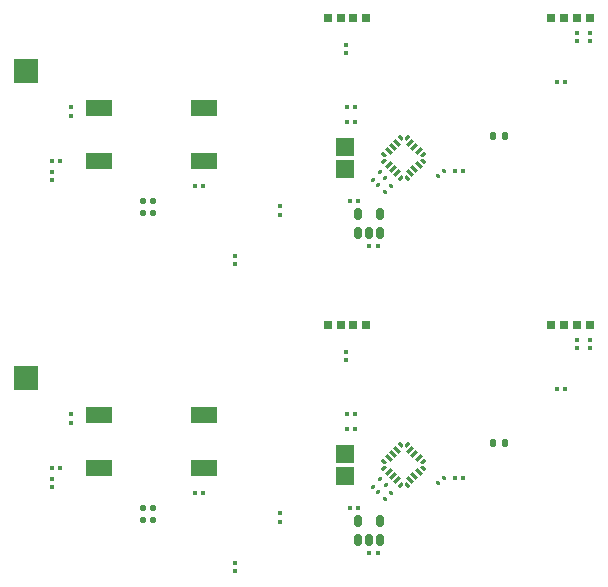
<source format=gbr>
%TF.GenerationSoftware,KiCad,Pcbnew,8.0.5*%
%TF.CreationDate,2024-11-09T23:01:36+01:00*%
%TF.ProjectId,NanoSumo_Mouse_Bites_Gerber_File,4e616e6f-5375-46d6-9f5f-4d6f7573655f,rev?*%
%TF.SameCoordinates,Original*%
%TF.FileFunction,Paste,Top*%
%TF.FilePolarity,Positive*%
%FSLAX46Y46*%
G04 Gerber Fmt 4.6, Leading zero omitted, Abs format (unit mm)*
G04 Created by KiCad (PCBNEW 8.0.5) date 2024-11-09 23:01:36*
%MOMM*%
%LPD*%
G01*
G04 APERTURE LIST*
G04 Aperture macros list*
%AMRoundRect*
0 Rectangle with rounded corners*
0 $1 Rounding radius*
0 $2 $3 $4 $5 $6 $7 $8 $9 X,Y pos of 4 corners*
0 Add a 4 corners polygon primitive as box body*
4,1,4,$2,$3,$4,$5,$6,$7,$8,$9,$2,$3,0*
0 Add four circle primitives for the rounded corners*
1,1,$1+$1,$2,$3*
1,1,$1+$1,$4,$5*
1,1,$1+$1,$6,$7*
1,1,$1+$1,$8,$9*
0 Add four rect primitives between the rounded corners*
20,1,$1+$1,$2,$3,$4,$5,0*
20,1,$1+$1,$4,$5,$6,$7,0*
20,1,$1+$1,$6,$7,$8,$9,0*
20,1,$1+$1,$8,$9,$2,$3,0*%
%AMRotRect*
0 Rectangle, with rotation*
0 The origin of the aperture is its center*
0 $1 length*
0 $2 width*
0 $3 Rotation angle, in degrees counterclockwise*
0 Add horizontal line*
21,1,$1,$2,0,0,$3*%
%AMFreePoly0*
4,1,6,0.325000,0.000000,0.325000,-0.150000,-0.175000,-0.150000,-0.175000,0.150000,0.175000,0.150000,0.325000,0.000000,0.325000,0.000000,$1*%
%AMFreePoly1*
4,1,6,0.325000,0.000000,0.175000,-0.150000,-0.175000,-0.150000,-0.175000,0.150000,0.325000,0.150000,0.325000,0.000000,0.325000,0.000000,$1*%
%AMFreePoly2*
4,1,6,0.150000,-0.175000,-0.150000,-0.175000,-0.150000,0.175000,0.000000,0.325000,0.150000,0.325000,0.150000,-0.175000,0.150000,-0.175000,$1*%
%AMFreePoly3*
4,1,6,0.150000,0.175000,0.150000,-0.175000,-0.150000,-0.175000,-0.150000,0.325000,0.000000,0.325000,0.150000,0.175000,0.150000,0.175000,$1*%
%AMFreePoly4*
4,1,6,0.175000,-0.150000,-0.175000,-0.150000,-0.325000,0.000000,-0.325000,0.150000,0.175000,0.150000,0.175000,-0.150000,0.175000,-0.150000,$1*%
%AMFreePoly5*
4,1,7,0.175000,-0.150000,-0.175000,-0.150000,-0.325000,-0.150000,-0.325000,0.000000,-0.175000,0.150000,0.175000,0.150000,0.175000,-0.150000,0.175000,-0.150000,$1*%
%AMFreePoly6*
4,1,6,0.150000,-0.175000,0.000000,-0.325000,-0.150000,-0.325000,-0.150000,0.175000,0.150000,0.175000,0.150000,-0.175000,0.150000,-0.175000,$1*%
%AMFreePoly7*
4,1,6,0.150000,-0.325000,0.000000,-0.325000,-0.150000,-0.175000,-0.150000,0.175000,0.150000,0.175000,0.150000,-0.325000,0.150000,-0.325000,$1*%
G04 Aperture macros list end*
%ADD10RoundRect,0.079500X-0.100500X0.079500X-0.100500X-0.079500X0.100500X-0.079500X0.100500X0.079500X0*%
%ADD11RoundRect,0.175000X0.175000X0.325000X-0.175000X0.325000X-0.175000X-0.325000X0.175000X-0.325000X0*%
%ADD12RoundRect,0.079500X0.100500X-0.079500X0.100500X0.079500X-0.100500X0.079500X-0.100500X-0.079500X0*%
%ADD13FreePoly0,45.000000*%
%ADD14RotRect,0.700000X0.300000X45.000000*%
%ADD15FreePoly1,45.000000*%
%ADD16FreePoly2,45.000000*%
%ADD17RotRect,0.300000X0.700000X45.000000*%
%ADD18FreePoly3,45.000000*%
%ADD19FreePoly4,45.000000*%
%ADD20FreePoly5,45.000000*%
%ADD21FreePoly6,45.000000*%
%ADD22FreePoly7,45.000000*%
%ADD23RoundRect,0.079500X0.079500X0.100500X-0.079500X0.100500X-0.079500X-0.100500X0.079500X-0.100500X0*%
%ADD24RoundRect,0.079500X-0.079500X-0.100500X0.079500X-0.100500X0.079500X0.100500X-0.079500X0.100500X0*%
%ADD25RoundRect,0.117475X0.153035X-0.117475X0.153035X0.117475X-0.153035X0.117475X-0.153035X-0.117475X0*%
%ADD26R,1.500000X1.500000*%
%ADD27RoundRect,0.140000X-0.140000X-0.170000X0.140000X-0.170000X0.140000X0.170000X-0.140000X0.170000X0*%
%ADD28RoundRect,0.079500X-0.014849X0.127279X-0.127279X0.014849X0.014849X-0.127279X0.127279X-0.014849X0*%
%ADD29R,2.000000X2.000000*%
%ADD30R,0.725000X0.700000*%
%ADD31RoundRect,0.079500X0.127279X0.014849X0.014849X0.127279X-0.127279X-0.014849X-0.014849X-0.127279X0*%
%ADD32R,2.300000X1.400000*%
G04 APERTURE END LIST*
D10*
%TO.C,R24*%
X136560552Y-96856050D03*
X136560552Y-97546046D03*
%TD*%
D11*
%TO.C,U8*%
X137540952Y-112733048D03*
X138490952Y-112733048D03*
X139440952Y-112733048D03*
X139440952Y-111133048D03*
X137540952Y-111133048D03*
%TD*%
D12*
%TO.C,C11*%
X156118552Y-96530049D03*
X156118552Y-95840047D03*
%TD*%
D13*
%TO.C,U1*%
X139684262Y-80731723D03*
D14*
X140161560Y-80961533D03*
X140515113Y-81315087D03*
X140868667Y-81668640D03*
D15*
X141098476Y-82145938D03*
D16*
X141770227Y-82145938D03*
D17*
X142000037Y-81668640D03*
X142353591Y-81315087D03*
X142707144Y-80961533D03*
D18*
X143184442Y-80731724D03*
D19*
X143184442Y-80059973D03*
D14*
X142707144Y-79830163D03*
X142353591Y-79476609D03*
X142000037Y-79123056D03*
D20*
X141770228Y-78645758D03*
D21*
X141098477Y-78645758D03*
D17*
X140868667Y-79123056D03*
X140515113Y-79476609D03*
X140161560Y-79830163D03*
D22*
X139684262Y-80059972D03*
%TD*%
D23*
%TO.C,R12*%
X137359750Y-76077848D03*
X136669754Y-76077848D03*
%TD*%
%TO.C,R13*%
X137359750Y-77347848D03*
X136669754Y-77347848D03*
%TD*%
D24*
%TO.C,C16*%
X136872954Y-84002648D03*
X137562950Y-84002648D03*
%TD*%
D25*
%TO.C,LED1*%
X120211386Y-84028505D03*
X119352866Y-84028505D03*
X119352866Y-85059745D03*
X120211386Y-85059745D03*
%TD*%
D13*
%TO.C,U1*%
X139687262Y-106731723D03*
D14*
X140164560Y-106961533D03*
X140518113Y-107315087D03*
X140871667Y-107668640D03*
D15*
X141101476Y-108145938D03*
D16*
X141773227Y-108145938D03*
D17*
X142003037Y-107668640D03*
X142356591Y-107315087D03*
X142710144Y-106961533D03*
D18*
X143187442Y-106731724D03*
D19*
X143187442Y-106059973D03*
D14*
X142710144Y-105830163D03*
X142356591Y-105476609D03*
X142003037Y-105123056D03*
D20*
X141773228Y-104645758D03*
D21*
X141101477Y-104645758D03*
D17*
X140871667Y-105123056D03*
X140518113Y-105476609D03*
X140164560Y-105830163D03*
D22*
X139687262Y-106059972D03*
%TD*%
D11*
%TO.C,U8*%
X137537952Y-86733048D03*
X138487952Y-86733048D03*
X139437952Y-86733048D03*
X139437952Y-85133048D03*
X137537952Y-85133048D03*
%TD*%
D23*
%TO.C,R13*%
X137362750Y-103347848D03*
X136672754Y-103347848D03*
%TD*%
D26*
%TO.C,SWCLK*%
X136455952Y-81361048D03*
%TD*%
D24*
%TO.C,R18*%
X111690123Y-80654125D03*
X112380129Y-80654125D03*
%TD*%
D23*
%TO.C,R23*%
X155088950Y-73944248D03*
X154398954Y-73944248D03*
%TD*%
D27*
%TO.C,C9*%
X149034552Y-104567048D03*
X149994552Y-104567048D03*
%TD*%
D24*
%TO.C,C16*%
X136875954Y-110002648D03*
X137565950Y-110002648D03*
%TD*%
D28*
%TO.C,R21*%
X144881703Y-107472697D03*
X144393801Y-107960599D03*
%TD*%
%TO.C,R6*%
X140372136Y-82805385D03*
X139884230Y-83293289D03*
%TD*%
D10*
%TO.C,R9*%
X127148126Y-88691127D03*
X127148126Y-89381123D03*
%TD*%
D23*
%TO.C,C15*%
X139242350Y-113863448D03*
X138552354Y-113863448D03*
%TD*%
D12*
%TO.C,C11*%
X156115552Y-70530049D03*
X156115552Y-69840047D03*
%TD*%
D29*
%TO.C,BAT-*%
X109495126Y-99034309D03*
%TD*%
D28*
%TO.C,R6*%
X140375136Y-108805385D03*
X139887230Y-109293289D03*
%TD*%
D10*
%TO.C,R24*%
X136557552Y-70856050D03*
X136557552Y-71546046D03*
%TD*%
D30*
%TO.C,U3*%
X153956194Y-68522021D03*
X155031195Y-68522020D03*
X156106194Y-68522020D03*
X157181196Y-68522019D03*
%TD*%
%TO.C,U3*%
X153959194Y-94522021D03*
X155034195Y-94522020D03*
X156109194Y-94522020D03*
X157184196Y-94522019D03*
%TD*%
D28*
%TO.C,R21*%
X144878703Y-81472697D03*
X144390801Y-81960599D03*
%TD*%
D24*
%TO.C,R18*%
X111690123Y-106654309D03*
X112380129Y-106654309D03*
%TD*%
D12*
%TO.C,C10*%
X157185352Y-96530047D03*
X157185352Y-95840049D03*
%TD*%
D31*
%TO.C,C4*%
X139908161Y-108107894D03*
X139420261Y-107619994D03*
%TD*%
%TO.C,C4*%
X139905161Y-82107894D03*
X139417261Y-81619994D03*
%TD*%
D10*
%TO.C,R9*%
X127148126Y-114691311D03*
X127148126Y-115381307D03*
%TD*%
D12*
%TO.C,R17*%
X111654126Y-108269310D03*
X111654126Y-107579308D03*
%TD*%
D23*
%TO.C,R10*%
X124460924Y-82799525D03*
X123770928Y-82799525D03*
%TD*%
%TO.C,R12*%
X137362750Y-102077848D03*
X136672754Y-102077848D03*
%TD*%
D12*
%TO.C,R11*%
X131016500Y-85187977D03*
X131016500Y-84497981D03*
%TD*%
D23*
%TO.C,R10*%
X124460924Y-108799709D03*
X123770928Y-108799709D03*
%TD*%
D32*
%TO.C,SW1*%
X115623126Y-106670309D03*
X124573126Y-106670309D03*
X115623126Y-102170309D03*
X124573126Y-102170309D03*
%TD*%
D26*
%TO.C,SWDIO*%
X136455952Y-79430648D03*
%TD*%
%TO.C,SWCLK*%
X136458952Y-107361048D03*
%TD*%
D32*
%TO.C,SW1*%
X115623126Y-80670125D03*
X124573126Y-80670125D03*
X115623126Y-76170125D03*
X124573126Y-76170125D03*
%TD*%
D23*
%TO.C,R22*%
X146506125Y-81496030D03*
X145816129Y-81496030D03*
%TD*%
%TO.C,R23*%
X155091950Y-99944248D03*
X154401954Y-99944248D03*
%TD*%
D12*
%TO.C,R11*%
X131016500Y-111188161D03*
X131016500Y-110498165D03*
%TD*%
D23*
%TO.C,C15*%
X139239350Y-87863448D03*
X138549354Y-87863448D03*
%TD*%
D12*
%TO.C,C10*%
X157182352Y-70530047D03*
X157182352Y-69840049D03*
%TD*%
D31*
%TO.C,C5*%
X139297504Y-108718551D03*
X138809604Y-108230651D03*
%TD*%
D10*
%TO.C,C14*%
X113305126Y-76118124D03*
X113305126Y-76808126D03*
%TD*%
D26*
%TO.C,SWDIO*%
X136458952Y-105430648D03*
%TD*%
D25*
%TO.C,LED1*%
X120211386Y-110028689D03*
X119352866Y-110028689D03*
X119352866Y-111059929D03*
X120211386Y-111059929D03*
%TD*%
D29*
%TO.C,BAT-*%
X109495126Y-73034125D03*
%TD*%
D27*
%TO.C,C9*%
X149031552Y-78567048D03*
X149991552Y-78567048D03*
%TD*%
D10*
%TO.C,C14*%
X113305126Y-102118308D03*
X113305126Y-102808310D03*
%TD*%
D31*
%TO.C,C5*%
X139294504Y-82718551D03*
X138806604Y-82230651D03*
%TD*%
D23*
%TO.C,R22*%
X146509125Y-107496030D03*
X145819129Y-107496030D03*
%TD*%
D12*
%TO.C,R17*%
X111654126Y-82269126D03*
X111654126Y-81579124D03*
%TD*%
D30*
%TO.C,U7*%
X135030852Y-68508198D03*
X136105853Y-68508197D03*
X137180852Y-68508197D03*
X138255854Y-68508196D03*
%TD*%
%TO.C,U7*%
X135033852Y-94508198D03*
X136108853Y-94508197D03*
X137183852Y-94508197D03*
X138258854Y-94508196D03*
%TD*%
M02*

</source>
